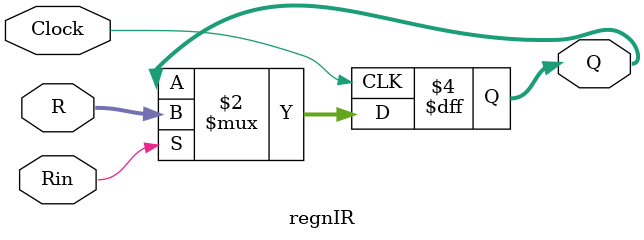
<source format=v>
/*
Prática II - Modulo do regnIR
Alunos: Alexandre Roque e Vitor Santana.
Disciplina: Arquitetura e Organização de Computadores II.
Professora: Daniela Cristina Cascini Kupsch.
*/
module regnIR(R, Rin, Clock, Q);
	input [9:0] R;
	input Rin, Clock;
	output [9:0] Q;
	reg [9:0] Q;
	always @(posedge Clock)
		if (Rin)
			Q <= R;
endmodule

</source>
